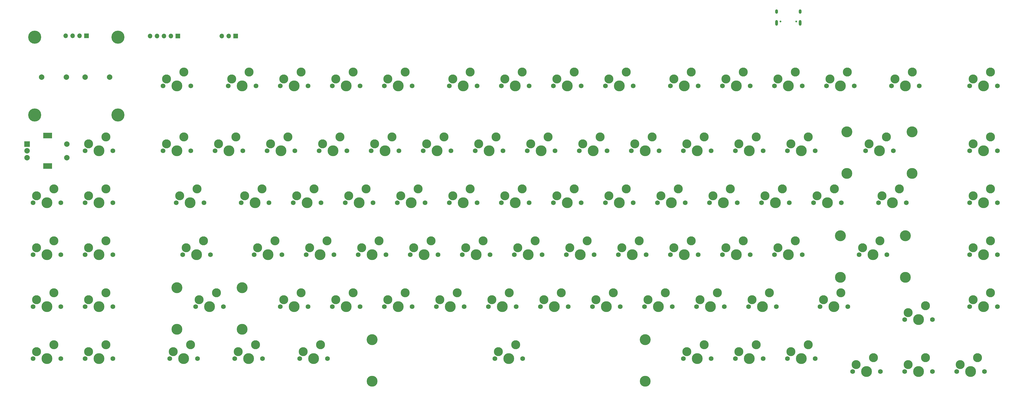
<source format=gts>
G04 #@! TF.GenerationSoftware,KiCad,Pcbnew,(6.0.11)*
G04 #@! TF.CreationDate,2023-02-23T23:31:12+07:00*
G04 #@! TF.ProjectId,QCK,51434b2e-6b69-4636-9164-5f7063625858,rev?*
G04 #@! TF.SameCoordinates,Original*
G04 #@! TF.FileFunction,Soldermask,Top*
G04 #@! TF.FilePolarity,Negative*
%FSLAX46Y46*%
G04 Gerber Fmt 4.6, Leading zero omitted, Abs format (unit mm)*
G04 Created by KiCad (PCBNEW (6.0.11)) date 2023-02-23 23:31:12*
%MOMM*%
%LPD*%
G01*
G04 APERTURE LIST*
%ADD10O,1.700000X1.700000*%
%ADD11R,1.700000X1.700000*%
%ADD12C,4.800000*%
%ADD13R,2.000000X2.000000*%
%ADD14C,2.000000*%
%ADD15R,3.200000X2.000000*%
%ADD16C,3.987800*%
%ADD17C,1.750000*%
%ADD18C,3.300000*%
%ADD19C,4.000000*%
%ADD20C,0.650000*%
%ADD21O,1.000000X2.100000*%
%ADD22O,1.000000X1.600000*%
G04 APERTURE END LIST*
D10*
X54133750Y-51461250D03*
X56673750Y-51461250D03*
X59213750Y-51461250D03*
D11*
X61753750Y-51461250D03*
D12*
X42743750Y-51961250D03*
X73243750Y-51961250D03*
X42743750Y-80561250D03*
X73243750Y-80561250D03*
D11*
X95165625Y-51593750D03*
D10*
X92625625Y-51593750D03*
X90085625Y-51593750D03*
X87545625Y-51593750D03*
X85005625Y-51593750D03*
D11*
X116284375Y-51593750D03*
D10*
X113744375Y-51593750D03*
X111204375Y-51593750D03*
D13*
X39978125Y-91162500D03*
D14*
X39978125Y-96162500D03*
X39978125Y-93662500D03*
D15*
X47478125Y-88062500D03*
X47478125Y-99262500D03*
D14*
X54478125Y-96162500D03*
X54478125Y-91162500D03*
D16*
X304403125Y-93662500D03*
D17*
X299323125Y-93662500D03*
X309483125Y-93662500D03*
D18*
X300593125Y-91122500D03*
X306943125Y-88582500D03*
D17*
X342820625Y-69850000D03*
X332660625Y-69850000D03*
D16*
X337740625Y-69850000D03*
D18*
X333930625Y-67310000D03*
X340280625Y-64770000D03*
D17*
X280273125Y-93662500D03*
D16*
X285353125Y-93662500D03*
D17*
X290433125Y-93662500D03*
D18*
X281543125Y-91122500D03*
X287893125Y-88582500D03*
D17*
X127873125Y-93662500D03*
D16*
X132953125Y-93662500D03*
D17*
X138033125Y-93662500D03*
D18*
X129143125Y-91122500D03*
X135493125Y-88582500D03*
D17*
X142795625Y-150812500D03*
X132635625Y-150812500D03*
D16*
X137715625Y-150812500D03*
D18*
X133905625Y-148272500D03*
X140255625Y-145732500D03*
D14*
X61190625Y-66675000D03*
X70190625Y-66675000D03*
D17*
X280273125Y-169862500D03*
D16*
X285353125Y-169862500D03*
D17*
X290433125Y-169862500D03*
D18*
X281543125Y-167322500D03*
X287893125Y-164782500D03*
D16*
X97234375Y-169862500D03*
D17*
X102314375Y-169862500D03*
X92154375Y-169862500D03*
D18*
X93424375Y-167322500D03*
X99774375Y-164782500D03*
D16*
X171053125Y-93662500D03*
D17*
X176133125Y-93662500D03*
X165973125Y-93662500D03*
D18*
X167243125Y-91122500D03*
X173593125Y-88582500D03*
D17*
X194548125Y-112712500D03*
X204708125Y-112712500D03*
D16*
X199628125Y-112712500D03*
D18*
X195818125Y-110172500D03*
X202168125Y-107632500D03*
D17*
X357108125Y-93662500D03*
D16*
X352028125Y-93662500D03*
D17*
X346948125Y-93662500D03*
D18*
X348218125Y-91122500D03*
X354568125Y-88582500D03*
D17*
X42148125Y-131762500D03*
D16*
X47228125Y-131762500D03*
D17*
X52308125Y-131762500D03*
D18*
X43418125Y-129222500D03*
X49768125Y-126682500D03*
D16*
X66278125Y-93662500D03*
D17*
X61198125Y-93662500D03*
X71358125Y-93662500D03*
D16*
X66278125Y-93662500D03*
D18*
X62468125Y-91122500D03*
X68818125Y-88582500D03*
D17*
X107076875Y-131762500D03*
X96916875Y-131762500D03*
D16*
X101996875Y-131762500D03*
D18*
X98186875Y-129222500D03*
X104536875Y-126682500D03*
D17*
X385048125Y-131762500D03*
X395208125Y-131762500D03*
D16*
X390128125Y-131762500D03*
D18*
X386318125Y-129222500D03*
X392668125Y-126682500D03*
D19*
X166290625Y-162877500D03*
D16*
X266303125Y-178117500D03*
D19*
X266303125Y-162877500D03*
D16*
X166290625Y-178117500D03*
X304403125Y-169862500D03*
D17*
X309483125Y-169862500D03*
X299323125Y-169862500D03*
D18*
X300593125Y-167322500D03*
X306943125Y-164782500D03*
D16*
X118665625Y-69850000D03*
D17*
X123745625Y-69850000D03*
X113585625Y-69850000D03*
D18*
X114855625Y-67310000D03*
X121205625Y-64770000D03*
D17*
X313610625Y-69850000D03*
D16*
X318690625Y-69850000D03*
D17*
X323770625Y-69850000D03*
D18*
X314880625Y-67310000D03*
X321230625Y-64770000D03*
D16*
X121046875Y-169862500D03*
D17*
X126126875Y-169862500D03*
X115966875Y-169862500D03*
D18*
X117236875Y-167322500D03*
X123586875Y-164782500D03*
D17*
X361235625Y-155575000D03*
X371395625Y-155575000D03*
D16*
X366315625Y-155575000D03*
D18*
X362505625Y-153035000D03*
X368855625Y-150495000D03*
D16*
X194865625Y-150812500D03*
D17*
X199945625Y-150812500D03*
X189785625Y-150812500D03*
D18*
X191055625Y-148272500D03*
X197405625Y-145732500D03*
D17*
X71358125Y-169862500D03*
D16*
X66278125Y-169862500D03*
D17*
X61198125Y-169862500D03*
D18*
X62468125Y-167322500D03*
X68818125Y-164782500D03*
D16*
X218678125Y-112712500D03*
D17*
X213598125Y-112712500D03*
X223758125Y-112712500D03*
D18*
X214868125Y-110172500D03*
X221218125Y-107632500D03*
D17*
X294560625Y-131762500D03*
X304720625Y-131762500D03*
D16*
X299640625Y-131762500D03*
D18*
X295830625Y-129222500D03*
X302180625Y-126682500D03*
D17*
X180260625Y-131762500D03*
X190420625Y-131762500D03*
D16*
X185340625Y-131762500D03*
D18*
X181530625Y-129222500D03*
X187880625Y-126682500D03*
D16*
X242490625Y-131762500D03*
D17*
X237410625Y-131762500D03*
X247570625Y-131762500D03*
D18*
X238680625Y-129222500D03*
X245030625Y-126682500D03*
D17*
X256460625Y-131762500D03*
D16*
X261540625Y-131762500D03*
D17*
X266620625Y-131762500D03*
D18*
X257730625Y-129222500D03*
X264080625Y-126682500D03*
D17*
X52308125Y-169862500D03*
X42148125Y-169862500D03*
D16*
X47228125Y-169862500D03*
D18*
X43418125Y-167322500D03*
X49768125Y-164782500D03*
D16*
X66278125Y-112712500D03*
D17*
X71358125Y-112712500D03*
X61198125Y-112712500D03*
D18*
X62468125Y-110172500D03*
X68818125Y-107632500D03*
D17*
X213598125Y-69850000D03*
D16*
X218678125Y-69850000D03*
D17*
X223758125Y-69850000D03*
D18*
X214868125Y-67310000D03*
X221218125Y-64770000D03*
D17*
X285670625Y-131762500D03*
D16*
X280590625Y-131762500D03*
D17*
X275510625Y-131762500D03*
D18*
X276780625Y-129222500D03*
X283130625Y-126682500D03*
D16*
X335359375Y-150812500D03*
D17*
X330279375Y-150812500D03*
X340439375Y-150812500D03*
D18*
X331549375Y-148272500D03*
X337899375Y-145732500D03*
D16*
X94853125Y-93662500D03*
D17*
X99933125Y-93662500D03*
X89773125Y-93662500D03*
D18*
X91043125Y-91122500D03*
X97393125Y-88582500D03*
D16*
X390128125Y-69850000D03*
D17*
X385048125Y-69850000D03*
X395208125Y-69850000D03*
D18*
X386318125Y-67310000D03*
X392668125Y-64770000D03*
D16*
X199628125Y-69850000D03*
D17*
X194548125Y-69850000D03*
X204708125Y-69850000D03*
D18*
X195818125Y-67310000D03*
X202168125Y-64770000D03*
D17*
X356473125Y-69850000D03*
D16*
X361553125Y-69850000D03*
D17*
X366633125Y-69850000D03*
D18*
X357743125Y-67310000D03*
X364093125Y-64770000D03*
D17*
X123110625Y-131762500D03*
X133270625Y-131762500D03*
D16*
X128190625Y-131762500D03*
D18*
X124380625Y-129222500D03*
X130730625Y-126682500D03*
D16*
X294878125Y-112712500D03*
D17*
X299958125Y-112712500D03*
X289798125Y-112712500D03*
D18*
X291068125Y-110172500D03*
X297418125Y-107632500D03*
D16*
X237728125Y-69850000D03*
D17*
X242808125Y-69850000D03*
X232648125Y-69850000D03*
D18*
X233918125Y-67310000D03*
X240268125Y-64770000D03*
D17*
X261858125Y-112712500D03*
X251698125Y-112712500D03*
D16*
X256778125Y-112712500D03*
D18*
X252968125Y-110172500D03*
X259318125Y-107632500D03*
D17*
X344566875Y-131762500D03*
X354726875Y-131762500D03*
D16*
X349646875Y-131762500D03*
D18*
X345836875Y-129222500D03*
X352186875Y-126682500D03*
D16*
X390128125Y-93662500D03*
D17*
X385048125Y-93662500D03*
X395208125Y-93662500D03*
D18*
X386318125Y-91122500D03*
X392668125Y-88582500D03*
D16*
X361553125Y-140017500D03*
X337740625Y-140017500D03*
D19*
X361553125Y-124777500D03*
X337740625Y-124777500D03*
D17*
X342185625Y-174625000D03*
D16*
X347265625Y-174625000D03*
D17*
X352345625Y-174625000D03*
D18*
X343455625Y-172085000D03*
X349805625Y-169545000D03*
D17*
X328533125Y-169862500D03*
D16*
X323453125Y-169862500D03*
D17*
X318373125Y-169862500D03*
D18*
X319643125Y-167322500D03*
X325993125Y-164782500D03*
D16*
X142478125Y-112712500D03*
D17*
X147558125Y-112712500D03*
X137398125Y-112712500D03*
D18*
X138668125Y-110172500D03*
X145018125Y-107632500D03*
D17*
X251698125Y-69850000D03*
D16*
X256778125Y-69850000D03*
D17*
X261858125Y-69850000D03*
D18*
X252968125Y-67310000D03*
X259318125Y-64770000D03*
D17*
X118348125Y-112712500D03*
X128508125Y-112712500D03*
D16*
X123428125Y-112712500D03*
D18*
X119618125Y-110172500D03*
X125968125Y-107632500D03*
D17*
X94535625Y-112712500D03*
X104695625Y-112712500D03*
D16*
X99615625Y-112712500D03*
D18*
X95805625Y-110172500D03*
X102155625Y-107632500D03*
D17*
X211216875Y-169862500D03*
D16*
X216296875Y-169862500D03*
D17*
X221376875Y-169862500D03*
D18*
X212486875Y-167322500D03*
X218836875Y-164782500D03*
D17*
X218360625Y-131762500D03*
X228520625Y-131762500D03*
D16*
X223440625Y-131762500D03*
D18*
X219630625Y-129222500D03*
X225980625Y-126682500D03*
D17*
X208835625Y-150812500D03*
X218995625Y-150812500D03*
D16*
X213915625Y-150812500D03*
D18*
X210105625Y-148272500D03*
X216455625Y-145732500D03*
D17*
X265985625Y-150812500D03*
D16*
X271065625Y-150812500D03*
D17*
X276145625Y-150812500D03*
D18*
X267255625Y-148272500D03*
X273605625Y-145732500D03*
D17*
X157083125Y-93662500D03*
X146923125Y-93662500D03*
D16*
X152003125Y-93662500D03*
D18*
X148193125Y-91122500D03*
X154543125Y-88582500D03*
D17*
X180895625Y-150812500D03*
X170735625Y-150812500D03*
D16*
X175815625Y-150812500D03*
D18*
X172005625Y-148272500D03*
X178355625Y-145732500D03*
D16*
X340121875Y-101917500D03*
D19*
X363934375Y-86677500D03*
D16*
X363934375Y-101917500D03*
D19*
X340121875Y-86677500D03*
D17*
X327898125Y-112712500D03*
X338058125Y-112712500D03*
D16*
X332978125Y-112712500D03*
D18*
X329168125Y-110172500D03*
X335518125Y-107632500D03*
D16*
X290115625Y-150812500D03*
D17*
X285035625Y-150812500D03*
X295195625Y-150812500D03*
D18*
X286305625Y-148272500D03*
X292655625Y-145732500D03*
D17*
X351710625Y-112712500D03*
X361870625Y-112712500D03*
D16*
X356790625Y-112712500D03*
D18*
X352980625Y-110172500D03*
X359330625Y-107632500D03*
D17*
X308848125Y-112712500D03*
D16*
X313928125Y-112712500D03*
D17*
X319008125Y-112712500D03*
D18*
X310118125Y-110172500D03*
X316468125Y-107632500D03*
D16*
X161528125Y-112712500D03*
D17*
X156448125Y-112712500D03*
X166608125Y-112712500D03*
D18*
X157718125Y-110172500D03*
X164068125Y-107632500D03*
D17*
X252333125Y-93662500D03*
D16*
X247253125Y-93662500D03*
D17*
X242173125Y-93662500D03*
D18*
X243443125Y-91122500D03*
X249793125Y-88582500D03*
D17*
X42148125Y-150812500D03*
D16*
X47228125Y-150812500D03*
D17*
X52308125Y-150812500D03*
D18*
X43418125Y-148272500D03*
X49768125Y-145732500D03*
D16*
X166290625Y-131762500D03*
D17*
X171370625Y-131762500D03*
X161210625Y-131762500D03*
D18*
X162480625Y-129222500D03*
X168830625Y-126682500D03*
D16*
X390128125Y-150812500D03*
D17*
X385048125Y-150812500D03*
X395208125Y-150812500D03*
D18*
X386318125Y-148272500D03*
X392668125Y-145732500D03*
D16*
X266303125Y-93662500D03*
D17*
X261223125Y-93662500D03*
X271383125Y-93662500D03*
D18*
X262493125Y-91122500D03*
X268843125Y-88582500D03*
D17*
X328533125Y-93662500D03*
D16*
X323453125Y-93662500D03*
D17*
X318373125Y-93662500D03*
D18*
X319643125Y-91122500D03*
X325993125Y-88582500D03*
D16*
X309165625Y-150812500D03*
D17*
X314245625Y-150812500D03*
X304085625Y-150812500D03*
D18*
X305355625Y-148272500D03*
X311705625Y-145732500D03*
D20*
X315800625Y-46256250D03*
X321580625Y-46256250D03*
D21*
X314370625Y-46786250D03*
D22*
X314370625Y-42606250D03*
D21*
X323010625Y-46786250D03*
D22*
X323010625Y-42606250D03*
D17*
X99933125Y-69850000D03*
X89773125Y-69850000D03*
D16*
X94853125Y-69850000D03*
D18*
X91043125Y-67310000D03*
X97393125Y-64770000D03*
D17*
X275510625Y-69850000D03*
D16*
X280590625Y-69850000D03*
D17*
X285670625Y-69850000D03*
D18*
X276780625Y-67310000D03*
X283130625Y-64770000D03*
D16*
X94853125Y-159067500D03*
D19*
X94853125Y-143827500D03*
D16*
X118665625Y-159067500D03*
D19*
X118665625Y-143827500D03*
D17*
X232648125Y-112712500D03*
X242808125Y-112712500D03*
D16*
X237728125Y-112712500D03*
D18*
X233918125Y-110172500D03*
X240268125Y-107632500D03*
D17*
X161845625Y-150812500D03*
D16*
X156765625Y-150812500D03*
D17*
X151685625Y-150812500D03*
D18*
X152955625Y-148272500D03*
X159305625Y-145732500D03*
D16*
X175815625Y-69850000D03*
D17*
X170735625Y-69850000D03*
X180895625Y-69850000D03*
D18*
X172005625Y-67310000D03*
X178355625Y-64770000D03*
D14*
X54315625Y-66675000D03*
X45315625Y-66675000D03*
D17*
X209470625Y-131762500D03*
X199310625Y-131762500D03*
D16*
X204390625Y-131762500D03*
D18*
X200580625Y-129222500D03*
X206930625Y-126682500D03*
D17*
X361235625Y-174625000D03*
X371395625Y-174625000D03*
D16*
X366315625Y-174625000D03*
D18*
X362505625Y-172085000D03*
X368855625Y-169545000D03*
D16*
X144859375Y-169862500D03*
D17*
X149939375Y-169862500D03*
X139779375Y-169862500D03*
D18*
X141049375Y-167322500D03*
X147399375Y-164782500D03*
D17*
X380285625Y-174625000D03*
X390445625Y-174625000D03*
D16*
X385365625Y-174625000D03*
D18*
X381555625Y-172085000D03*
X387905625Y-169545000D03*
D17*
X101679375Y-150812500D03*
D16*
X106759375Y-150812500D03*
D17*
X111839375Y-150812500D03*
D18*
X102949375Y-148272500D03*
X109299375Y-145732500D03*
D17*
X151685625Y-69850000D03*
X161845625Y-69850000D03*
D16*
X156765625Y-69850000D03*
D18*
X152955625Y-67310000D03*
X159305625Y-64770000D03*
D17*
X71358125Y-131762500D03*
X61198125Y-131762500D03*
D16*
X66278125Y-131762500D03*
D18*
X62468125Y-129222500D03*
X68818125Y-126682500D03*
D16*
X209153125Y-93662500D03*
D17*
X204073125Y-93662500D03*
X214233125Y-93662500D03*
D18*
X205343125Y-91122500D03*
X211693125Y-88582500D03*
D17*
X294560625Y-69850000D03*
D16*
X299640625Y-69850000D03*
D17*
X304720625Y-69850000D03*
D18*
X295830625Y-67310000D03*
X302180625Y-64770000D03*
D17*
X152320625Y-131762500D03*
D16*
X147240625Y-131762500D03*
D17*
X142160625Y-131762500D03*
D18*
X143430625Y-129222500D03*
X149780625Y-126682500D03*
D17*
X108823125Y-93662500D03*
X118983125Y-93662500D03*
D16*
X113903125Y-93662500D03*
D18*
X110093125Y-91122500D03*
X116443125Y-88582500D03*
D17*
X227885625Y-150812500D03*
X238045625Y-150812500D03*
D16*
X232965625Y-150812500D03*
D18*
X229155625Y-148272500D03*
X235505625Y-145732500D03*
D17*
X132635625Y-69850000D03*
X142795625Y-69850000D03*
D16*
X137715625Y-69850000D03*
D18*
X133905625Y-67310000D03*
X140255625Y-64770000D03*
D17*
X246935625Y-150812500D03*
D16*
X252015625Y-150812500D03*
D17*
X257095625Y-150812500D03*
D18*
X248205625Y-148272500D03*
X254555625Y-145732500D03*
D17*
X185023125Y-93662500D03*
D16*
X190103125Y-93662500D03*
D17*
X195183125Y-93662500D03*
D18*
X186293125Y-91122500D03*
X192643125Y-88582500D03*
D16*
X180578125Y-112712500D03*
D17*
X175498125Y-112712500D03*
X185658125Y-112712500D03*
D18*
X176768125Y-110172500D03*
X183118125Y-107632500D03*
D16*
X47228125Y-112712500D03*
D17*
X42148125Y-112712500D03*
X52308125Y-112712500D03*
D18*
X43418125Y-110172500D03*
X49768125Y-107632500D03*
D17*
X323770625Y-131762500D03*
X313610625Y-131762500D03*
D16*
X318690625Y-131762500D03*
D18*
X314880625Y-129222500D03*
X321230625Y-126682500D03*
D17*
X61198125Y-150812500D03*
D16*
X66278125Y-150812500D03*
D17*
X71358125Y-150812500D03*
D18*
X62468125Y-148272500D03*
X68818125Y-145732500D03*
D17*
X385048125Y-112712500D03*
X395208125Y-112712500D03*
D16*
X390128125Y-112712500D03*
D18*
X386318125Y-110172500D03*
X392668125Y-107632500D03*
D17*
X270748125Y-112712500D03*
X280908125Y-112712500D03*
D16*
X275828125Y-112712500D03*
D18*
X272018125Y-110172500D03*
X278368125Y-107632500D03*
D17*
X233283125Y-93662500D03*
X223123125Y-93662500D03*
D16*
X228203125Y-93662500D03*
D18*
X224393125Y-91122500D03*
X230743125Y-88582500D03*
M02*

</source>
